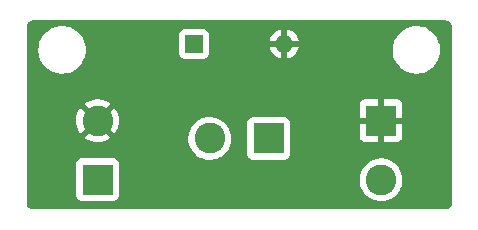
<source format=gbr>
%TF.GenerationSoftware,KiCad,Pcbnew,(6.0.7)*%
%TF.CreationDate,2022-10-05T08:21:53-05:00*%
%TF.ProjectId,SolenoidHandlerBoard,536f6c65-6e6f-4696-9448-616e646c6572,rev?*%
%TF.SameCoordinates,Original*%
%TF.FileFunction,Copper,L2,Bot*%
%TF.FilePolarity,Positive*%
%FSLAX46Y46*%
G04 Gerber Fmt 4.6, Leading zero omitted, Abs format (unit mm)*
G04 Created by KiCad (PCBNEW (6.0.7)) date 2022-10-05 08:21:53*
%MOMM*%
%LPD*%
G01*
G04 APERTURE LIST*
%TA.AperFunction,ComponentPad*%
%ADD10R,1.500000X1.500000*%
%TD*%
%TA.AperFunction,ComponentPad*%
%ADD11O,1.500000X1.500000*%
%TD*%
%TA.AperFunction,ComponentPad*%
%ADD12R,2.600000X2.600000*%
%TD*%
%TA.AperFunction,ComponentPad*%
%ADD13C,2.600000*%
%TD*%
G04 APERTURE END LIST*
D10*
%TO.P,D1,1,K*%
%TO.N,Net-(D1-Pad1)*%
X129685000Y-86500000D03*
D11*
%TO.P,D1,2,A*%
%TO.N,GND*%
X137305000Y-86500000D03*
%TD*%
D12*
%TO.P,J2,1,Pin_1*%
%TO.N,+12V*%
X136000000Y-94500000D03*
D13*
%TO.P,J2,2,Pin_2*%
%TO.N,Net-(D1-Pad1)*%
X131000000Y-94500000D03*
%TD*%
D12*
%TO.P,J3,1,Pin_1*%
%TO.N,GND*%
X145500000Y-93000000D03*
D13*
%TO.P,J3,2,Pin_2*%
%TO.N,+12V*%
X145500000Y-98000000D03*
%TD*%
D12*
%TO.P,J1,1,Pin_1*%
%TO.N,Net-(D1-Pad1)*%
X121500000Y-98000000D03*
D13*
%TO.P,J1,2,Pin_2*%
%TO.N,GND*%
X121500000Y-93000000D03*
%TD*%
%TA.AperFunction,Conductor*%
%TO.N,GND*%
G36*
X150970018Y-84510000D02*
G01*
X150984852Y-84512310D01*
X150984855Y-84512310D01*
X150993724Y-84513691D01*
X151002626Y-84512527D01*
X151002750Y-84512511D01*
X151033192Y-84512240D01*
X151040621Y-84513077D01*
X151095264Y-84519234D01*
X151122771Y-84525513D01*
X151199853Y-84552485D01*
X151225274Y-84564727D01*
X151294426Y-84608178D01*
X151316485Y-84625770D01*
X151374230Y-84683515D01*
X151391822Y-84705574D01*
X151435273Y-84774726D01*
X151447515Y-84800147D01*
X151474487Y-84877228D01*
X151480766Y-84904736D01*
X151487018Y-84960226D01*
X151486923Y-84975868D01*
X151487800Y-84975879D01*
X151487690Y-84984851D01*
X151486309Y-84993724D01*
X151487473Y-85002626D01*
X151487473Y-85002628D01*
X151490436Y-85025283D01*
X151491500Y-85041621D01*
X151491500Y-99950633D01*
X151490000Y-99970018D01*
X151486309Y-99993724D01*
X151487473Y-100002626D01*
X151487489Y-100002750D01*
X151487760Y-100033192D01*
X151485430Y-100053870D01*
X151480766Y-100095264D01*
X151474487Y-100122771D01*
X151447515Y-100199853D01*
X151435273Y-100225274D01*
X151391822Y-100294426D01*
X151374230Y-100316485D01*
X151316485Y-100374230D01*
X151294426Y-100391822D01*
X151225274Y-100435273D01*
X151199853Y-100447515D01*
X151122772Y-100474487D01*
X151095264Y-100480766D01*
X151039774Y-100487018D01*
X151024132Y-100486923D01*
X151024121Y-100487800D01*
X151015149Y-100487690D01*
X151006276Y-100486309D01*
X150997374Y-100487473D01*
X150997372Y-100487473D01*
X150986385Y-100488910D01*
X150974714Y-100490436D01*
X150958379Y-100491500D01*
X116049367Y-100491500D01*
X116029982Y-100490000D01*
X116015148Y-100487690D01*
X116015145Y-100487690D01*
X116006276Y-100486309D01*
X115997374Y-100487473D01*
X115997250Y-100487489D01*
X115966808Y-100487760D01*
X115946130Y-100485430D01*
X115904736Y-100480766D01*
X115877229Y-100474487D01*
X115800147Y-100447515D01*
X115774726Y-100435273D01*
X115705574Y-100391822D01*
X115683515Y-100374230D01*
X115625770Y-100316485D01*
X115608178Y-100294426D01*
X115564727Y-100225274D01*
X115552485Y-100199853D01*
X115525513Y-100122772D01*
X115519234Y-100095266D01*
X115513170Y-100041451D01*
X115512888Y-100016640D01*
X115513576Y-100012552D01*
X115513729Y-100000000D01*
X115509773Y-99972376D01*
X115508500Y-99954514D01*
X115508500Y-99348134D01*
X119691500Y-99348134D01*
X119698255Y-99410316D01*
X119749385Y-99546705D01*
X119836739Y-99663261D01*
X119953295Y-99750615D01*
X120089684Y-99801745D01*
X120151866Y-99808500D01*
X122848134Y-99808500D01*
X122910316Y-99801745D01*
X123046705Y-99750615D01*
X123163261Y-99663261D01*
X123250615Y-99546705D01*
X123301745Y-99410316D01*
X123308500Y-99348134D01*
X123308500Y-97952526D01*
X143687050Y-97952526D01*
X143699947Y-98221019D01*
X143752388Y-98484656D01*
X143843220Y-98737646D01*
X143970450Y-98974431D01*
X143973241Y-98978168D01*
X143973245Y-98978175D01*
X144054887Y-99087506D01*
X144131281Y-99189810D01*
X144134590Y-99193090D01*
X144134595Y-99193096D01*
X144318863Y-99375762D01*
X144322180Y-99379050D01*
X144325942Y-99381808D01*
X144325945Y-99381811D01*
X144374912Y-99417715D01*
X144538954Y-99537995D01*
X144543089Y-99540171D01*
X144543093Y-99540173D01*
X144772698Y-99660975D01*
X144776840Y-99663154D01*
X145030613Y-99751775D01*
X145035206Y-99752647D01*
X145290109Y-99801042D01*
X145290112Y-99801042D01*
X145294698Y-99801913D01*
X145422370Y-99806929D01*
X145558625Y-99812283D01*
X145558630Y-99812283D01*
X145563293Y-99812466D01*
X145667607Y-99801042D01*
X145825844Y-99783713D01*
X145825850Y-99783712D01*
X145830497Y-99783203D01*
X145942302Y-99753767D01*
X146085918Y-99715956D01*
X146085920Y-99715955D01*
X146090441Y-99714765D01*
X146197795Y-99668642D01*
X146333120Y-99610502D01*
X146333122Y-99610501D01*
X146337414Y-99608657D01*
X146456071Y-99535230D01*
X146562017Y-99469669D01*
X146562021Y-99469666D01*
X146565990Y-99467210D01*
X146771149Y-99293530D01*
X146948382Y-99091434D01*
X147093797Y-98865361D01*
X147204199Y-98620278D01*
X147241209Y-98489051D01*
X147275893Y-98366072D01*
X147275894Y-98366069D01*
X147277163Y-98361568D01*
X147295043Y-98221019D01*
X147310688Y-98098045D01*
X147310688Y-98098041D01*
X147311086Y-98094915D01*
X147313571Y-98000000D01*
X147293650Y-97731937D01*
X147234327Y-97469763D01*
X147136902Y-97219238D01*
X147003518Y-96985864D01*
X146837105Y-96774769D01*
X146641317Y-96590591D01*
X146443407Y-96453295D01*
X146424299Y-96440039D01*
X146424296Y-96440037D01*
X146420457Y-96437374D01*
X146416264Y-96435306D01*
X146183564Y-96320551D01*
X146183561Y-96320550D01*
X146179376Y-96318486D01*
X146160570Y-96312466D01*
X145977193Y-96253767D01*
X145923370Y-96236538D01*
X145918763Y-96235788D01*
X145918760Y-96235787D01*
X145705337Y-96201029D01*
X145658063Y-96193330D01*
X145527719Y-96191624D01*
X145393961Y-96189873D01*
X145393958Y-96189873D01*
X145389284Y-96189812D01*
X145122937Y-96226060D01*
X144864874Y-96301278D01*
X144860621Y-96303238D01*
X144860620Y-96303239D01*
X144841002Y-96312283D01*
X144620763Y-96413815D01*
X144616854Y-96416378D01*
X144399881Y-96558631D01*
X144399876Y-96558635D01*
X144395968Y-96561197D01*
X144195426Y-96740188D01*
X144023544Y-96946854D01*
X143884096Y-97176656D01*
X143780148Y-97424545D01*
X143713981Y-97685077D01*
X143687050Y-97952526D01*
X123308500Y-97952526D01*
X123308500Y-96651866D01*
X123301745Y-96589684D01*
X123250615Y-96453295D01*
X123163261Y-96336739D01*
X123046705Y-96249385D01*
X122910316Y-96198255D01*
X122848134Y-96191500D01*
X120151866Y-96191500D01*
X120089684Y-96198255D01*
X119953295Y-96249385D01*
X119836739Y-96336739D01*
X119749385Y-96453295D01*
X119698255Y-96589684D01*
X119691500Y-96651866D01*
X119691500Y-99348134D01*
X115508500Y-99348134D01*
X115508500Y-94444906D01*
X120419839Y-94444906D01*
X120428553Y-94456427D01*
X120535452Y-94534809D01*
X120543351Y-94539745D01*
X120772905Y-94660519D01*
X120781454Y-94664236D01*
X121026327Y-94749749D01*
X121035336Y-94752163D01*
X121290166Y-94800544D01*
X121299423Y-94801598D01*
X121558607Y-94811783D01*
X121567921Y-94811457D01*
X121825753Y-94783220D01*
X121834930Y-94781519D01*
X122085758Y-94715481D01*
X122094574Y-94712445D01*
X122332880Y-94610062D01*
X122341167Y-94605748D01*
X122561718Y-94469266D01*
X122569268Y-94463780D01*
X122574559Y-94459301D01*
X122579024Y-94452526D01*
X129187050Y-94452526D01*
X129187274Y-94457192D01*
X129187274Y-94457197D01*
X129191907Y-94553649D01*
X129199947Y-94721019D01*
X129252388Y-94984656D01*
X129343220Y-95237646D01*
X129470450Y-95474431D01*
X129473241Y-95478168D01*
X129473245Y-95478175D01*
X129554887Y-95587506D01*
X129631281Y-95689810D01*
X129634590Y-95693090D01*
X129634595Y-95693096D01*
X129818863Y-95875762D01*
X129822180Y-95879050D01*
X129825942Y-95881808D01*
X129825945Y-95881811D01*
X129874912Y-95917715D01*
X130038954Y-96037995D01*
X130043089Y-96040171D01*
X130043093Y-96040173D01*
X130272698Y-96160975D01*
X130276840Y-96163154D01*
X130385298Y-96201029D01*
X130486981Y-96236538D01*
X130530613Y-96251775D01*
X130535206Y-96252647D01*
X130790109Y-96301042D01*
X130790112Y-96301042D01*
X130794698Y-96301913D01*
X130922370Y-96306929D01*
X131058625Y-96312283D01*
X131058630Y-96312283D01*
X131063293Y-96312466D01*
X131167607Y-96301042D01*
X131325844Y-96283713D01*
X131325850Y-96283712D01*
X131330497Y-96283203D01*
X131442302Y-96253767D01*
X131585918Y-96215956D01*
X131585920Y-96215955D01*
X131590441Y-96214765D01*
X131594738Y-96212919D01*
X131833120Y-96110502D01*
X131833122Y-96110501D01*
X131837414Y-96108657D01*
X131956071Y-96035230D01*
X132062017Y-95969669D01*
X132062021Y-95969666D01*
X132065990Y-95967210D01*
X132206648Y-95848134D01*
X134191500Y-95848134D01*
X134198255Y-95910316D01*
X134249385Y-96046705D01*
X134336739Y-96163261D01*
X134453295Y-96250615D01*
X134589684Y-96301745D01*
X134651866Y-96308500D01*
X137348134Y-96308500D01*
X137410316Y-96301745D01*
X137546705Y-96250615D01*
X137663261Y-96163261D01*
X137750615Y-96046705D01*
X137801745Y-95910316D01*
X137808500Y-95848134D01*
X137808500Y-94344669D01*
X143692001Y-94344669D01*
X143692371Y-94351490D01*
X143697895Y-94402352D01*
X143701521Y-94417604D01*
X143746676Y-94538054D01*
X143755214Y-94553649D01*
X143831715Y-94655724D01*
X143844276Y-94668285D01*
X143946351Y-94744786D01*
X143961946Y-94753324D01*
X144082394Y-94798478D01*
X144097649Y-94802105D01*
X144148514Y-94807631D01*
X144155328Y-94808000D01*
X145227885Y-94808000D01*
X145243124Y-94803525D01*
X145244329Y-94802135D01*
X145246000Y-94794452D01*
X145246000Y-94789884D01*
X145754000Y-94789884D01*
X145758475Y-94805123D01*
X145759865Y-94806328D01*
X145767548Y-94807999D01*
X146844669Y-94807999D01*
X146851490Y-94807629D01*
X146902352Y-94802105D01*
X146917604Y-94798479D01*
X147038054Y-94753324D01*
X147053649Y-94744786D01*
X147155724Y-94668285D01*
X147168285Y-94655724D01*
X147244786Y-94553649D01*
X147253324Y-94538054D01*
X147298478Y-94417606D01*
X147302105Y-94402351D01*
X147307631Y-94351486D01*
X147308000Y-94344672D01*
X147308000Y-93272115D01*
X147303525Y-93256876D01*
X147302135Y-93255671D01*
X147294452Y-93254000D01*
X145772115Y-93254000D01*
X145756876Y-93258475D01*
X145755671Y-93259865D01*
X145754000Y-93267548D01*
X145754000Y-94789884D01*
X145246000Y-94789884D01*
X145246000Y-93272115D01*
X145241525Y-93256876D01*
X145240135Y-93255671D01*
X145232452Y-93254000D01*
X143710116Y-93254000D01*
X143694877Y-93258475D01*
X143693672Y-93259865D01*
X143692001Y-93267548D01*
X143692001Y-94344669D01*
X137808500Y-94344669D01*
X137808500Y-93151866D01*
X137801745Y-93089684D01*
X137750615Y-92953295D01*
X137663261Y-92836739D01*
X137546705Y-92749385D01*
X137489354Y-92727885D01*
X143692000Y-92727885D01*
X143696475Y-92743124D01*
X143697865Y-92744329D01*
X143705548Y-92746000D01*
X145227885Y-92746000D01*
X145243124Y-92741525D01*
X145244329Y-92740135D01*
X145246000Y-92732452D01*
X145246000Y-92727885D01*
X145754000Y-92727885D01*
X145758475Y-92743124D01*
X145759865Y-92744329D01*
X145767548Y-92746000D01*
X147289884Y-92746000D01*
X147305123Y-92741525D01*
X147306328Y-92740135D01*
X147307999Y-92732452D01*
X147307999Y-91655331D01*
X147307629Y-91648510D01*
X147302105Y-91597648D01*
X147298479Y-91582396D01*
X147253324Y-91461946D01*
X147244786Y-91446351D01*
X147168285Y-91344276D01*
X147155724Y-91331715D01*
X147053649Y-91255214D01*
X147038054Y-91246676D01*
X146917606Y-91201522D01*
X146902351Y-91197895D01*
X146851486Y-91192369D01*
X146844672Y-91192000D01*
X145772115Y-91192000D01*
X145756876Y-91196475D01*
X145755671Y-91197865D01*
X145754000Y-91205548D01*
X145754000Y-92727885D01*
X145246000Y-92727885D01*
X145246000Y-91210116D01*
X145241525Y-91194877D01*
X145240135Y-91193672D01*
X145232452Y-91192001D01*
X144155331Y-91192001D01*
X144148510Y-91192371D01*
X144097648Y-91197895D01*
X144082396Y-91201521D01*
X143961946Y-91246676D01*
X143946351Y-91255214D01*
X143844276Y-91331715D01*
X143831715Y-91344276D01*
X143755214Y-91446351D01*
X143746676Y-91461946D01*
X143701522Y-91582394D01*
X143697895Y-91597649D01*
X143692369Y-91648514D01*
X143692000Y-91655328D01*
X143692000Y-92727885D01*
X137489354Y-92727885D01*
X137410316Y-92698255D01*
X137348134Y-92691500D01*
X134651866Y-92691500D01*
X134589684Y-92698255D01*
X134453295Y-92749385D01*
X134336739Y-92836739D01*
X134249385Y-92953295D01*
X134198255Y-93089684D01*
X134191500Y-93151866D01*
X134191500Y-95848134D01*
X132206648Y-95848134D01*
X132271149Y-95793530D01*
X132448382Y-95591434D01*
X132593797Y-95365361D01*
X132704199Y-95120278D01*
X132741209Y-94989051D01*
X132775893Y-94866072D01*
X132775894Y-94866069D01*
X132777163Y-94861568D01*
X132785701Y-94794452D01*
X132810688Y-94598045D01*
X132810688Y-94598041D01*
X132811086Y-94594915D01*
X132813571Y-94500000D01*
X132793650Y-94231937D01*
X132782020Y-94180538D01*
X132735361Y-93974331D01*
X132735360Y-93974326D01*
X132734327Y-93969763D01*
X132636902Y-93719238D01*
X132503518Y-93485864D01*
X132337105Y-93274769D01*
X132141317Y-93090591D01*
X131943407Y-92953295D01*
X131924299Y-92940039D01*
X131924296Y-92940037D01*
X131920457Y-92937374D01*
X131916264Y-92935306D01*
X131683564Y-92820551D01*
X131683561Y-92820550D01*
X131679376Y-92818486D01*
X131631745Y-92803239D01*
X131447709Y-92744329D01*
X131423370Y-92736538D01*
X131418763Y-92735788D01*
X131418760Y-92735787D01*
X131205337Y-92701029D01*
X131158063Y-92693330D01*
X131027719Y-92691624D01*
X130893961Y-92689873D01*
X130893958Y-92689873D01*
X130889284Y-92689812D01*
X130622937Y-92726060D01*
X130618451Y-92727368D01*
X130618449Y-92727368D01*
X130569879Y-92741525D01*
X130364874Y-92801278D01*
X130120763Y-92913815D01*
X130116854Y-92916378D01*
X129899881Y-93058631D01*
X129899876Y-93058635D01*
X129895968Y-93061197D01*
X129859443Y-93093797D01*
X129722204Y-93216288D01*
X129695426Y-93240188D01*
X129523544Y-93446854D01*
X129384096Y-93676656D01*
X129382287Y-93680970D01*
X129382285Y-93680974D01*
X129303420Y-93869048D01*
X129280148Y-93924545D01*
X129213981Y-94185077D01*
X129187050Y-94452526D01*
X122579024Y-94452526D01*
X122582997Y-94446497D01*
X122576935Y-94436145D01*
X121512812Y-93372022D01*
X121498868Y-93364408D01*
X121497035Y-93364539D01*
X121490420Y-93368790D01*
X120426497Y-94432713D01*
X120419839Y-94444906D01*
X115508500Y-94444906D01*
X115508500Y-92957211D01*
X119687775Y-92957211D01*
X119700220Y-93216288D01*
X119701356Y-93225543D01*
X119751961Y-93479945D01*
X119754449Y-93488917D01*
X119842095Y-93733033D01*
X119845895Y-93741568D01*
X119968658Y-93970042D01*
X119973666Y-93977904D01*
X120043720Y-94071716D01*
X120054979Y-94080165D01*
X120067397Y-94073393D01*
X121127978Y-93012812D01*
X121134356Y-93001132D01*
X121864408Y-93001132D01*
X121864539Y-93002965D01*
X121868790Y-93009580D01*
X122936094Y-94076884D01*
X122948474Y-94083644D01*
X122956815Y-94077400D01*
X123090832Y-93869048D01*
X123095275Y-93860864D01*
X123201807Y-93624370D01*
X123204997Y-93615605D01*
X123275402Y-93365972D01*
X123277262Y-93356830D01*
X123310187Y-93098019D01*
X123310668Y-93091733D01*
X123312987Y-93003160D01*
X123312836Y-92996851D01*
X123293501Y-92736663D01*
X123292125Y-92727457D01*
X123234878Y-92474467D01*
X123232154Y-92465556D01*
X123138143Y-92223806D01*
X123134132Y-92215397D01*
X123005422Y-91990202D01*
X123000211Y-91982476D01*
X122956996Y-91927658D01*
X122945071Y-91919187D01*
X122933537Y-91925673D01*
X121872022Y-92987188D01*
X121864408Y-93001132D01*
X121134356Y-93001132D01*
X121135592Y-92998868D01*
X121135461Y-92997035D01*
X121131210Y-92990420D01*
X120065816Y-91925026D01*
X120052507Y-91917758D01*
X120042472Y-91924878D01*
X120026937Y-91943556D01*
X120021531Y-91951135D01*
X119886965Y-92172891D01*
X119882736Y-92181192D01*
X119782432Y-92420389D01*
X119779471Y-92429239D01*
X119715628Y-92680625D01*
X119714006Y-92689822D01*
X119688020Y-92947885D01*
X119687775Y-92957211D01*
X115508500Y-92957211D01*
X115508500Y-91552689D01*
X120417102Y-91552689D01*
X120421675Y-91562465D01*
X121487188Y-92627978D01*
X121501132Y-92635592D01*
X121502965Y-92635461D01*
X121509580Y-92631210D01*
X122574349Y-91566441D01*
X122580733Y-91554751D01*
X122571321Y-91542641D01*
X122424045Y-91440471D01*
X122416010Y-91435738D01*
X122183376Y-91321016D01*
X122174743Y-91317528D01*
X121927703Y-91238450D01*
X121918643Y-91236274D01*
X121662630Y-91194580D01*
X121653343Y-91193768D01*
X121393992Y-91190373D01*
X121384681Y-91190943D01*
X121127682Y-91225919D01*
X121118546Y-91227860D01*
X120869543Y-91300439D01*
X120860800Y-91303707D01*
X120625252Y-91412296D01*
X120617097Y-91416816D01*
X120426240Y-91541947D01*
X120417102Y-91552689D01*
X115508500Y-91552689D01*
X115508500Y-86929733D01*
X116487822Y-86929733D01*
X116487975Y-86934121D01*
X116487975Y-86934127D01*
X116495022Y-87135907D01*
X116497625Y-87210458D01*
X116498387Y-87214781D01*
X116498388Y-87214788D01*
X116529370Y-87390494D01*
X116546402Y-87487087D01*
X116633203Y-87754235D01*
X116756340Y-88006702D01*
X116758795Y-88010341D01*
X116758798Y-88010347D01*
X116831890Y-88118710D01*
X116913415Y-88239576D01*
X117101371Y-88448322D01*
X117316550Y-88628879D01*
X117554764Y-88777731D01*
X117811375Y-88891982D01*
X118081390Y-88969407D01*
X118085740Y-88970018D01*
X118085743Y-88970019D01*
X118188690Y-88984487D01*
X118359552Y-89008500D01*
X118570146Y-89008500D01*
X118572332Y-89008347D01*
X118572336Y-89008347D01*
X118775827Y-88994118D01*
X118775832Y-88994117D01*
X118780212Y-88993811D01*
X119054970Y-88935409D01*
X119059099Y-88933906D01*
X119059103Y-88933905D01*
X119314781Y-88840846D01*
X119314785Y-88840844D01*
X119318926Y-88839337D01*
X119566942Y-88707464D01*
X119671896Y-88631211D01*
X119790629Y-88544947D01*
X119790632Y-88544944D01*
X119794192Y-88542358D01*
X119996252Y-88347231D01*
X120169188Y-88125882D01*
X120171384Y-88122078D01*
X120171389Y-88122071D01*
X120307435Y-87886431D01*
X120309636Y-87882619D01*
X120414862Y-87622176D01*
X120448544Y-87487087D01*
X120481753Y-87353893D01*
X120481754Y-87353888D01*
X120482817Y-87349624D01*
X120488229Y-87298134D01*
X128426500Y-87298134D01*
X128433255Y-87360316D01*
X128484385Y-87496705D01*
X128571739Y-87613261D01*
X128688295Y-87700615D01*
X128824684Y-87751745D01*
X128886866Y-87758500D01*
X130483134Y-87758500D01*
X130545316Y-87751745D01*
X130681705Y-87700615D01*
X130798261Y-87613261D01*
X130885615Y-87496705D01*
X130936745Y-87360316D01*
X130943500Y-87298134D01*
X130943500Y-86766522D01*
X136074037Y-86766522D01*
X136116928Y-86926595D01*
X136120674Y-86936887D01*
X136209056Y-87126421D01*
X136214534Y-87135907D01*
X136334476Y-87307203D01*
X136341530Y-87315610D01*
X136489388Y-87463468D01*
X136497796Y-87470524D01*
X136669088Y-87590464D01*
X136678584Y-87595947D01*
X136868113Y-87684326D01*
X136878405Y-87688072D01*
X137033503Y-87729630D01*
X137047599Y-87729294D01*
X137051000Y-87721352D01*
X137051000Y-87716203D01*
X137559000Y-87716203D01*
X137562973Y-87729734D01*
X137571522Y-87730963D01*
X137731595Y-87688072D01*
X137741887Y-87684326D01*
X137931416Y-87595947D01*
X137940912Y-87590464D01*
X138112204Y-87470524D01*
X138120612Y-87463468D01*
X138268470Y-87315610D01*
X138275524Y-87307203D01*
X138395466Y-87135907D01*
X138400944Y-87126421D01*
X138489326Y-86936887D01*
X138491930Y-86929733D01*
X146487822Y-86929733D01*
X146487975Y-86934121D01*
X146487975Y-86934127D01*
X146495022Y-87135907D01*
X146497625Y-87210458D01*
X146498387Y-87214781D01*
X146498388Y-87214788D01*
X146529370Y-87390494D01*
X146546402Y-87487087D01*
X146633203Y-87754235D01*
X146756340Y-88006702D01*
X146758795Y-88010341D01*
X146758798Y-88010347D01*
X146831890Y-88118710D01*
X146913415Y-88239576D01*
X147101371Y-88448322D01*
X147316550Y-88628879D01*
X147554764Y-88777731D01*
X147811375Y-88891982D01*
X148081390Y-88969407D01*
X148085740Y-88970018D01*
X148085743Y-88970019D01*
X148188690Y-88984487D01*
X148359552Y-89008500D01*
X148570146Y-89008500D01*
X148572332Y-89008347D01*
X148572336Y-89008347D01*
X148775827Y-88994118D01*
X148775832Y-88994117D01*
X148780212Y-88993811D01*
X149054970Y-88935409D01*
X149059099Y-88933906D01*
X149059103Y-88933905D01*
X149314781Y-88840846D01*
X149314785Y-88840844D01*
X149318926Y-88839337D01*
X149566942Y-88707464D01*
X149671896Y-88631211D01*
X149790629Y-88544947D01*
X149790632Y-88544944D01*
X149794192Y-88542358D01*
X149996252Y-88347231D01*
X150169188Y-88125882D01*
X150171384Y-88122078D01*
X150171389Y-88122071D01*
X150307435Y-87886431D01*
X150309636Y-87882619D01*
X150414862Y-87622176D01*
X150448544Y-87487087D01*
X150481753Y-87353893D01*
X150481754Y-87353888D01*
X150482817Y-87349624D01*
X150512178Y-87070267D01*
X150512025Y-87065873D01*
X150502529Y-86793939D01*
X150502528Y-86793933D01*
X150502375Y-86789542D01*
X150499303Y-86772115D01*
X150454360Y-86517236D01*
X150453598Y-86512913D01*
X150366797Y-86245765D01*
X150364052Y-86240135D01*
X150277711Y-86063113D01*
X150243660Y-85993298D01*
X150241205Y-85989659D01*
X150241202Y-85989653D01*
X150156510Y-85864093D01*
X150086585Y-85760424D01*
X149898629Y-85551678D01*
X149683450Y-85371121D01*
X149445236Y-85222269D01*
X149188625Y-85108018D01*
X148960913Y-85042723D01*
X148922837Y-85031805D01*
X148922836Y-85031805D01*
X148918610Y-85030593D01*
X148914260Y-85029982D01*
X148914257Y-85029981D01*
X148790241Y-85012552D01*
X148640448Y-84991500D01*
X148429854Y-84991500D01*
X148427668Y-84991653D01*
X148427664Y-84991653D01*
X148224173Y-85005882D01*
X148224168Y-85005883D01*
X148219788Y-85006189D01*
X147945030Y-85064591D01*
X147940901Y-85066094D01*
X147940897Y-85066095D01*
X147685219Y-85159154D01*
X147685215Y-85159156D01*
X147681074Y-85160663D01*
X147433058Y-85292536D01*
X147429499Y-85295122D01*
X147429497Y-85295123D01*
X147272021Y-85409536D01*
X147205808Y-85457642D01*
X147003748Y-85652769D01*
X146830812Y-85874118D01*
X146828616Y-85877922D01*
X146828611Y-85877929D01*
X146721696Y-86063113D01*
X146690364Y-86117381D01*
X146585138Y-86377824D01*
X146584073Y-86382097D01*
X146584072Y-86382099D01*
X146550379Y-86517236D01*
X146517183Y-86650376D01*
X146516724Y-86654744D01*
X146516723Y-86654749D01*
X146505675Y-86759865D01*
X146487822Y-86929733D01*
X138491930Y-86929733D01*
X138493072Y-86926595D01*
X138534630Y-86771497D01*
X138534294Y-86757401D01*
X138526352Y-86754000D01*
X137577115Y-86754000D01*
X137561876Y-86758475D01*
X137560671Y-86759865D01*
X137559000Y-86767548D01*
X137559000Y-87716203D01*
X137051000Y-87716203D01*
X137051000Y-86772115D01*
X137046525Y-86756876D01*
X137045135Y-86755671D01*
X137037452Y-86754000D01*
X136088797Y-86754000D01*
X136075266Y-86757973D01*
X136074037Y-86766522D01*
X130943500Y-86766522D01*
X130943500Y-86228503D01*
X136075370Y-86228503D01*
X136075706Y-86242599D01*
X136083648Y-86246000D01*
X137032885Y-86246000D01*
X137048124Y-86241525D01*
X137049329Y-86240135D01*
X137051000Y-86232452D01*
X137051000Y-86227885D01*
X137559000Y-86227885D01*
X137563475Y-86243124D01*
X137564865Y-86244329D01*
X137572548Y-86246000D01*
X138521203Y-86246000D01*
X138534734Y-86242027D01*
X138535963Y-86233478D01*
X138493072Y-86073405D01*
X138489326Y-86063113D01*
X138400944Y-85873579D01*
X138395466Y-85864093D01*
X138275524Y-85692797D01*
X138268470Y-85684390D01*
X138120612Y-85536532D01*
X138112204Y-85529476D01*
X137940912Y-85409536D01*
X137931416Y-85404053D01*
X137741887Y-85315674D01*
X137731595Y-85311928D01*
X137576497Y-85270370D01*
X137562401Y-85270706D01*
X137559000Y-85278648D01*
X137559000Y-86227885D01*
X137051000Y-86227885D01*
X137051000Y-85283797D01*
X137047027Y-85270266D01*
X137038478Y-85269037D01*
X136878405Y-85311928D01*
X136868113Y-85315674D01*
X136678579Y-85404056D01*
X136669093Y-85409534D01*
X136497797Y-85529476D01*
X136489390Y-85536530D01*
X136341530Y-85684390D01*
X136334476Y-85692797D01*
X136214534Y-85864093D01*
X136209056Y-85873579D01*
X136120674Y-86063113D01*
X136116928Y-86073405D01*
X136075370Y-86228503D01*
X130943500Y-86228503D01*
X130943500Y-85701866D01*
X130936745Y-85639684D01*
X130885615Y-85503295D01*
X130798261Y-85386739D01*
X130681705Y-85299385D01*
X130545316Y-85248255D01*
X130483134Y-85241500D01*
X128886866Y-85241500D01*
X128824684Y-85248255D01*
X128688295Y-85299385D01*
X128571739Y-85386739D01*
X128484385Y-85503295D01*
X128433255Y-85639684D01*
X128426500Y-85701866D01*
X128426500Y-87298134D01*
X120488229Y-87298134D01*
X120512178Y-87070267D01*
X120512025Y-87065873D01*
X120502529Y-86793939D01*
X120502528Y-86793933D01*
X120502375Y-86789542D01*
X120499303Y-86772115D01*
X120454360Y-86517236D01*
X120453598Y-86512913D01*
X120366797Y-86245765D01*
X120364052Y-86240135D01*
X120277711Y-86063113D01*
X120243660Y-85993298D01*
X120241205Y-85989659D01*
X120241202Y-85989653D01*
X120156510Y-85864093D01*
X120086585Y-85760424D01*
X119898629Y-85551678D01*
X119683450Y-85371121D01*
X119445236Y-85222269D01*
X119188625Y-85108018D01*
X118960913Y-85042723D01*
X118922837Y-85031805D01*
X118922836Y-85031805D01*
X118918610Y-85030593D01*
X118914260Y-85029982D01*
X118914257Y-85029981D01*
X118790241Y-85012552D01*
X118640448Y-84991500D01*
X118429854Y-84991500D01*
X118427668Y-84991653D01*
X118427664Y-84991653D01*
X118224173Y-85005882D01*
X118224168Y-85005883D01*
X118219788Y-85006189D01*
X117945030Y-85064591D01*
X117940901Y-85066094D01*
X117940897Y-85066095D01*
X117685219Y-85159154D01*
X117685215Y-85159156D01*
X117681074Y-85160663D01*
X117433058Y-85292536D01*
X117429499Y-85295122D01*
X117429497Y-85295123D01*
X117272021Y-85409536D01*
X117205808Y-85457642D01*
X117003748Y-85652769D01*
X116830812Y-85874118D01*
X116828616Y-85877922D01*
X116828611Y-85877929D01*
X116721696Y-86063113D01*
X116690364Y-86117381D01*
X116585138Y-86377824D01*
X116584073Y-86382097D01*
X116584072Y-86382099D01*
X116550379Y-86517236D01*
X116517183Y-86650376D01*
X116516724Y-86654744D01*
X116516723Y-86654749D01*
X116505675Y-86759865D01*
X116487822Y-86929733D01*
X115508500Y-86929733D01*
X115508500Y-85053250D01*
X115510246Y-85032345D01*
X115512770Y-85017344D01*
X115512770Y-85017341D01*
X115513576Y-85012552D01*
X115513729Y-85000000D01*
X115513040Y-84995188D01*
X115512723Y-84990327D01*
X115513008Y-84990308D01*
X115512607Y-84963549D01*
X115519234Y-84904736D01*
X115525513Y-84877229D01*
X115552485Y-84800147D01*
X115564727Y-84774726D01*
X115608178Y-84705574D01*
X115625770Y-84683515D01*
X115683515Y-84625770D01*
X115705574Y-84608178D01*
X115774726Y-84564727D01*
X115800147Y-84552485D01*
X115877228Y-84525513D01*
X115904736Y-84519234D01*
X115960226Y-84512982D01*
X115975868Y-84513077D01*
X115975879Y-84512200D01*
X115984851Y-84512310D01*
X115993724Y-84513691D01*
X116002626Y-84512527D01*
X116002628Y-84512527D01*
X116017951Y-84510523D01*
X116025286Y-84509564D01*
X116041621Y-84508500D01*
X150950633Y-84508500D01*
X150970018Y-84510000D01*
G37*
%TD.AperFunction*%
%TD*%
M02*

</source>
